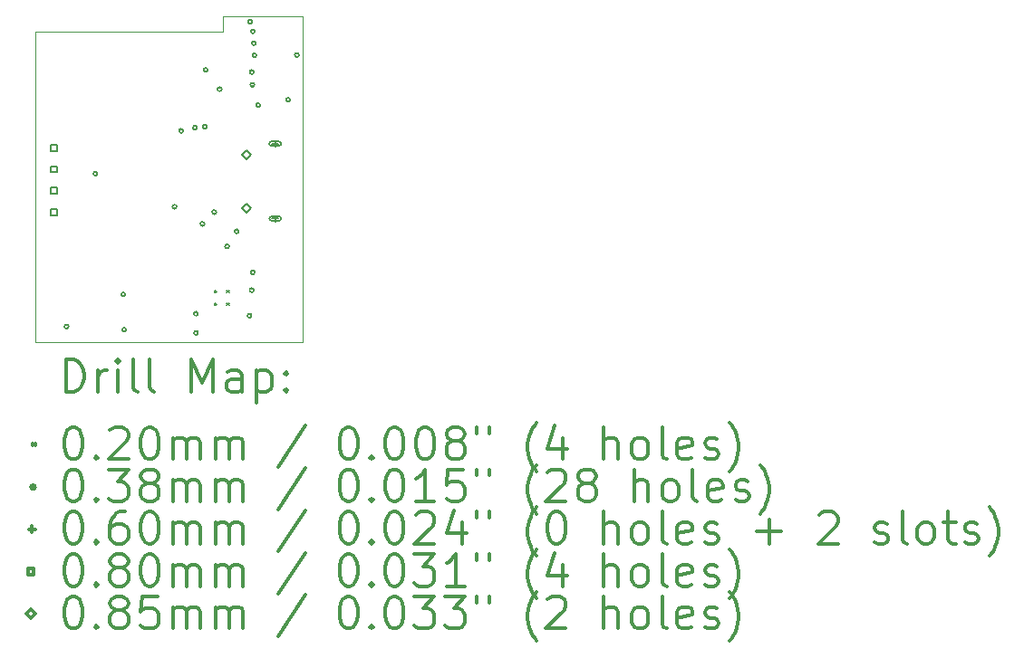
<source format=gbr>
%FSLAX45Y45*%
G04 Gerber Fmt 4.5, Leading zero omitted, Abs format (unit mm)*
G04 Created by KiCad (PCBNEW (5.0.2)-1) date 6/28/2019 12:16:42 PM*
%MOMM*%
%LPD*%
G01*
G04 APERTURE LIST*
%ADD10C,0.025400*%
%ADD11C,0.200000*%
%ADD12C,0.300000*%
G04 APERTURE END LIST*
D10*
X15550000Y-6650000D02*
X15550000Y-6800000D01*
X13800000Y-6800000D02*
X15550000Y-6800000D01*
X15550000Y-6650000D02*
X16300000Y-6650000D01*
X13800000Y-9700000D02*
X13800000Y-6800000D01*
X16300000Y-9700000D02*
X13800000Y-9700000D01*
X16300000Y-6650000D02*
X16300000Y-9700000D01*
D11*
X15473200Y-9216800D02*
X15493200Y-9236800D01*
X15493200Y-9216800D02*
X15473200Y-9236800D01*
X15473200Y-9334800D02*
X15493200Y-9354800D01*
X15493200Y-9334800D02*
X15473200Y-9354800D01*
X15591200Y-9216800D02*
X15611200Y-9236800D01*
X15611200Y-9216800D02*
X15591200Y-9236800D01*
X15591200Y-9334800D02*
X15611200Y-9354800D01*
X15611200Y-9334800D02*
X15591200Y-9354800D01*
X14111250Y-9555800D02*
G75*
G03X14111250Y-9555800I-19050J0D01*
G01*
X14381250Y-8125800D02*
G75*
G03X14381250Y-8125800I-19050J0D01*
G01*
X14641250Y-9255800D02*
G75*
G03X14641250Y-9255800I-19050J0D01*
G01*
X14651250Y-9585800D02*
G75*
G03X14651250Y-9585800I-19050J0D01*
G01*
X15121250Y-8435800D02*
G75*
G03X15121250Y-8435800I-19050J0D01*
G01*
X15181250Y-7725800D02*
G75*
G03X15181250Y-7725800I-19050J0D01*
G01*
X15311250Y-7695800D02*
G75*
G03X15311250Y-7695800I-19050J0D01*
G01*
X15320544Y-9435353D02*
G75*
G03X15320544Y-9435353I-19050J0D01*
G01*
X15321250Y-9615800D02*
G75*
G03X15321250Y-9615800I-19050J0D01*
G01*
X15381250Y-8595800D02*
G75*
G03X15381250Y-8595800I-19050J0D01*
G01*
X15402886Y-7685618D02*
G75*
G03X15402886Y-7685618I-19050J0D01*
G01*
X15411250Y-7155800D02*
G75*
G03X15411250Y-7155800I-19050J0D01*
G01*
X15491250Y-8485800D02*
G75*
G03X15491250Y-8485800I-19050J0D01*
G01*
X15541250Y-7335800D02*
G75*
G03X15541250Y-7335800I-19050J0D01*
G01*
X15611250Y-8805800D02*
G75*
G03X15611250Y-8805800I-19050J0D01*
G01*
X15701250Y-8665800D02*
G75*
G03X15701250Y-8665800I-19050J0D01*
G01*
X15821250Y-9455800D02*
G75*
G03X15821250Y-9455800I-19050J0D01*
G01*
X15826322Y-6705370D02*
G75*
G03X15826322Y-6705370I-19050J0D01*
G01*
X15841250Y-7175800D02*
G75*
G03X15841250Y-7175800I-19050J0D01*
G01*
X15841250Y-9215800D02*
G75*
G03X15841250Y-9215800I-19050J0D01*
G01*
X15847650Y-7295800D02*
G75*
G03X15847650Y-7295800I-19050J0D01*
G01*
X15851250Y-6795800D02*
G75*
G03X15851250Y-6795800I-19050J0D01*
G01*
X15851250Y-9048700D02*
G75*
G03X15851250Y-9048700I-19050J0D01*
G01*
X15861250Y-6905800D02*
G75*
G03X15861250Y-6905800I-19050J0D01*
G01*
X15866761Y-7020289D02*
G75*
G03X15866761Y-7020289I-19050J0D01*
G01*
X15901250Y-7485800D02*
G75*
G03X15901250Y-7485800I-19050J0D01*
G01*
X16181250Y-7435800D02*
G75*
G03X16181250Y-7435800I-19050J0D01*
G01*
X16263680Y-7015800D02*
G75*
G03X16263680Y-7015800I-19050J0D01*
G01*
X16042200Y-7815800D02*
X16042200Y-7875800D01*
X16012200Y-7845800D02*
X16072200Y-7845800D01*
X16007200Y-7865800D02*
X16077200Y-7865800D01*
X16007200Y-7825800D02*
X16077200Y-7825800D01*
X16077200Y-7865800D02*
G75*
G03X16077200Y-7825800I0J20000D01*
G01*
X16007200Y-7825800D02*
G75*
G03X16007200Y-7865800I0J-20000D01*
G01*
X16042200Y-8515800D02*
X16042200Y-8575800D01*
X16012200Y-8545800D02*
X16072200Y-8545800D01*
X16077200Y-8525800D02*
X16007200Y-8525800D01*
X16077200Y-8565800D02*
X16007200Y-8565800D01*
X16007200Y-8525800D02*
G75*
G03X16007200Y-8565800I0J-20000D01*
G01*
X16077200Y-8565800D02*
G75*
G03X16077200Y-8525800I0J20000D01*
G01*
X14000484Y-7914084D02*
X14000484Y-7857515D01*
X13943915Y-7857515D01*
X13943915Y-7914084D01*
X14000484Y-7914084D01*
X14000484Y-8114084D02*
X14000484Y-8057515D01*
X13943915Y-8057515D01*
X13943915Y-8114084D01*
X14000484Y-8114084D01*
X14000484Y-8314084D02*
X14000484Y-8257515D01*
X13943915Y-8257515D01*
X13943915Y-8314084D01*
X14000484Y-8314084D01*
X14000484Y-8514085D02*
X14000484Y-8457516D01*
X13943915Y-8457516D01*
X13943915Y-8514085D01*
X14000484Y-8514085D01*
X15772200Y-7988300D02*
X15814700Y-7945800D01*
X15772200Y-7903300D01*
X15729700Y-7945800D01*
X15772200Y-7988300D01*
X15772200Y-8488300D02*
X15814700Y-8445800D01*
X15772200Y-8403300D01*
X15729700Y-8445800D01*
X15772200Y-8488300D01*
D12*
X14085158Y-10166984D02*
X14085158Y-9866984D01*
X14156587Y-9866984D01*
X14199444Y-9881270D01*
X14228016Y-9909842D01*
X14242301Y-9938413D01*
X14256587Y-9995556D01*
X14256587Y-10038413D01*
X14242301Y-10095556D01*
X14228016Y-10124127D01*
X14199444Y-10152699D01*
X14156587Y-10166984D01*
X14085158Y-10166984D01*
X14385158Y-10166984D02*
X14385158Y-9966984D01*
X14385158Y-10024127D02*
X14399444Y-9995556D01*
X14413730Y-9981270D01*
X14442301Y-9966984D01*
X14470873Y-9966984D01*
X14570873Y-10166984D02*
X14570873Y-9966984D01*
X14570873Y-9866984D02*
X14556587Y-9881270D01*
X14570873Y-9895556D01*
X14585158Y-9881270D01*
X14570873Y-9866984D01*
X14570873Y-9895556D01*
X14756587Y-10166984D02*
X14728016Y-10152699D01*
X14713730Y-10124127D01*
X14713730Y-9866984D01*
X14913730Y-10166984D02*
X14885158Y-10152699D01*
X14870873Y-10124127D01*
X14870873Y-9866984D01*
X15256587Y-10166984D02*
X15256587Y-9866984D01*
X15356587Y-10081270D01*
X15456587Y-9866984D01*
X15456587Y-10166984D01*
X15728016Y-10166984D02*
X15728016Y-10009842D01*
X15713730Y-9981270D01*
X15685158Y-9966984D01*
X15628016Y-9966984D01*
X15599444Y-9981270D01*
X15728016Y-10152699D02*
X15699444Y-10166984D01*
X15628016Y-10166984D01*
X15599444Y-10152699D01*
X15585158Y-10124127D01*
X15585158Y-10095556D01*
X15599444Y-10066984D01*
X15628016Y-10052699D01*
X15699444Y-10052699D01*
X15728016Y-10038413D01*
X15870873Y-9966984D02*
X15870873Y-10266984D01*
X15870873Y-9981270D02*
X15899444Y-9966984D01*
X15956587Y-9966984D01*
X15985158Y-9981270D01*
X15999444Y-9995556D01*
X16013730Y-10024127D01*
X16013730Y-10109842D01*
X15999444Y-10138413D01*
X15985158Y-10152699D01*
X15956587Y-10166984D01*
X15899444Y-10166984D01*
X15870873Y-10152699D01*
X16142301Y-10138413D02*
X16156587Y-10152699D01*
X16142301Y-10166984D01*
X16128016Y-10152699D01*
X16142301Y-10138413D01*
X16142301Y-10166984D01*
X16142301Y-9981270D02*
X16156587Y-9995556D01*
X16142301Y-10009842D01*
X16128016Y-9995556D01*
X16142301Y-9981270D01*
X16142301Y-10009842D01*
X13778730Y-10651270D02*
X13798730Y-10671270D01*
X13798730Y-10651270D02*
X13778730Y-10671270D01*
X14142301Y-10496984D02*
X14170873Y-10496984D01*
X14199444Y-10511270D01*
X14213730Y-10525556D01*
X14228016Y-10554127D01*
X14242301Y-10611270D01*
X14242301Y-10682699D01*
X14228016Y-10739842D01*
X14213730Y-10768413D01*
X14199444Y-10782699D01*
X14170873Y-10796984D01*
X14142301Y-10796984D01*
X14113730Y-10782699D01*
X14099444Y-10768413D01*
X14085158Y-10739842D01*
X14070873Y-10682699D01*
X14070873Y-10611270D01*
X14085158Y-10554127D01*
X14099444Y-10525556D01*
X14113730Y-10511270D01*
X14142301Y-10496984D01*
X14370873Y-10768413D02*
X14385158Y-10782699D01*
X14370873Y-10796984D01*
X14356587Y-10782699D01*
X14370873Y-10768413D01*
X14370873Y-10796984D01*
X14499444Y-10525556D02*
X14513730Y-10511270D01*
X14542301Y-10496984D01*
X14613730Y-10496984D01*
X14642301Y-10511270D01*
X14656587Y-10525556D01*
X14670873Y-10554127D01*
X14670873Y-10582699D01*
X14656587Y-10625556D01*
X14485158Y-10796984D01*
X14670873Y-10796984D01*
X14856587Y-10496984D02*
X14885158Y-10496984D01*
X14913730Y-10511270D01*
X14928016Y-10525556D01*
X14942301Y-10554127D01*
X14956587Y-10611270D01*
X14956587Y-10682699D01*
X14942301Y-10739842D01*
X14928016Y-10768413D01*
X14913730Y-10782699D01*
X14885158Y-10796984D01*
X14856587Y-10796984D01*
X14828016Y-10782699D01*
X14813730Y-10768413D01*
X14799444Y-10739842D01*
X14785158Y-10682699D01*
X14785158Y-10611270D01*
X14799444Y-10554127D01*
X14813730Y-10525556D01*
X14828016Y-10511270D01*
X14856587Y-10496984D01*
X15085158Y-10796984D02*
X15085158Y-10596984D01*
X15085158Y-10625556D02*
X15099444Y-10611270D01*
X15128016Y-10596984D01*
X15170873Y-10596984D01*
X15199444Y-10611270D01*
X15213730Y-10639842D01*
X15213730Y-10796984D01*
X15213730Y-10639842D02*
X15228016Y-10611270D01*
X15256587Y-10596984D01*
X15299444Y-10596984D01*
X15328016Y-10611270D01*
X15342301Y-10639842D01*
X15342301Y-10796984D01*
X15485158Y-10796984D02*
X15485158Y-10596984D01*
X15485158Y-10625556D02*
X15499444Y-10611270D01*
X15528016Y-10596984D01*
X15570873Y-10596984D01*
X15599444Y-10611270D01*
X15613730Y-10639842D01*
X15613730Y-10796984D01*
X15613730Y-10639842D02*
X15628016Y-10611270D01*
X15656587Y-10596984D01*
X15699444Y-10596984D01*
X15728016Y-10611270D01*
X15742301Y-10639842D01*
X15742301Y-10796984D01*
X16328016Y-10482699D02*
X16070873Y-10868413D01*
X16713730Y-10496984D02*
X16742301Y-10496984D01*
X16770873Y-10511270D01*
X16785158Y-10525556D01*
X16799444Y-10554127D01*
X16813730Y-10611270D01*
X16813730Y-10682699D01*
X16799444Y-10739842D01*
X16785158Y-10768413D01*
X16770873Y-10782699D01*
X16742301Y-10796984D01*
X16713730Y-10796984D01*
X16685158Y-10782699D01*
X16670873Y-10768413D01*
X16656587Y-10739842D01*
X16642301Y-10682699D01*
X16642301Y-10611270D01*
X16656587Y-10554127D01*
X16670873Y-10525556D01*
X16685158Y-10511270D01*
X16713730Y-10496984D01*
X16942301Y-10768413D02*
X16956587Y-10782699D01*
X16942301Y-10796984D01*
X16928016Y-10782699D01*
X16942301Y-10768413D01*
X16942301Y-10796984D01*
X17142301Y-10496984D02*
X17170873Y-10496984D01*
X17199444Y-10511270D01*
X17213730Y-10525556D01*
X17228016Y-10554127D01*
X17242301Y-10611270D01*
X17242301Y-10682699D01*
X17228016Y-10739842D01*
X17213730Y-10768413D01*
X17199444Y-10782699D01*
X17170873Y-10796984D01*
X17142301Y-10796984D01*
X17113730Y-10782699D01*
X17099444Y-10768413D01*
X17085158Y-10739842D01*
X17070873Y-10682699D01*
X17070873Y-10611270D01*
X17085158Y-10554127D01*
X17099444Y-10525556D01*
X17113730Y-10511270D01*
X17142301Y-10496984D01*
X17428016Y-10496984D02*
X17456587Y-10496984D01*
X17485158Y-10511270D01*
X17499444Y-10525556D01*
X17513730Y-10554127D01*
X17528016Y-10611270D01*
X17528016Y-10682699D01*
X17513730Y-10739842D01*
X17499444Y-10768413D01*
X17485158Y-10782699D01*
X17456587Y-10796984D01*
X17428016Y-10796984D01*
X17399444Y-10782699D01*
X17385158Y-10768413D01*
X17370873Y-10739842D01*
X17356587Y-10682699D01*
X17356587Y-10611270D01*
X17370873Y-10554127D01*
X17385158Y-10525556D01*
X17399444Y-10511270D01*
X17428016Y-10496984D01*
X17699444Y-10625556D02*
X17670873Y-10611270D01*
X17656587Y-10596984D01*
X17642301Y-10568413D01*
X17642301Y-10554127D01*
X17656587Y-10525556D01*
X17670873Y-10511270D01*
X17699444Y-10496984D01*
X17756587Y-10496984D01*
X17785158Y-10511270D01*
X17799444Y-10525556D01*
X17813730Y-10554127D01*
X17813730Y-10568413D01*
X17799444Y-10596984D01*
X17785158Y-10611270D01*
X17756587Y-10625556D01*
X17699444Y-10625556D01*
X17670873Y-10639842D01*
X17656587Y-10654127D01*
X17642301Y-10682699D01*
X17642301Y-10739842D01*
X17656587Y-10768413D01*
X17670873Y-10782699D01*
X17699444Y-10796984D01*
X17756587Y-10796984D01*
X17785158Y-10782699D01*
X17799444Y-10768413D01*
X17813730Y-10739842D01*
X17813730Y-10682699D01*
X17799444Y-10654127D01*
X17785158Y-10639842D01*
X17756587Y-10625556D01*
X17928016Y-10496984D02*
X17928016Y-10554127D01*
X18042301Y-10496984D02*
X18042301Y-10554127D01*
X18485158Y-10911270D02*
X18470873Y-10896984D01*
X18442301Y-10854127D01*
X18428016Y-10825556D01*
X18413730Y-10782699D01*
X18399444Y-10711270D01*
X18399444Y-10654127D01*
X18413730Y-10582699D01*
X18428016Y-10539842D01*
X18442301Y-10511270D01*
X18470873Y-10468413D01*
X18485158Y-10454127D01*
X18728016Y-10596984D02*
X18728016Y-10796984D01*
X18656587Y-10482699D02*
X18585158Y-10696984D01*
X18770873Y-10696984D01*
X19113730Y-10796984D02*
X19113730Y-10496984D01*
X19242301Y-10796984D02*
X19242301Y-10639842D01*
X19228016Y-10611270D01*
X19199444Y-10596984D01*
X19156587Y-10596984D01*
X19128016Y-10611270D01*
X19113730Y-10625556D01*
X19428016Y-10796984D02*
X19399444Y-10782699D01*
X19385158Y-10768413D01*
X19370873Y-10739842D01*
X19370873Y-10654127D01*
X19385158Y-10625556D01*
X19399444Y-10611270D01*
X19428016Y-10596984D01*
X19470873Y-10596984D01*
X19499444Y-10611270D01*
X19513730Y-10625556D01*
X19528016Y-10654127D01*
X19528016Y-10739842D01*
X19513730Y-10768413D01*
X19499444Y-10782699D01*
X19470873Y-10796984D01*
X19428016Y-10796984D01*
X19699444Y-10796984D02*
X19670873Y-10782699D01*
X19656587Y-10754127D01*
X19656587Y-10496984D01*
X19928016Y-10782699D02*
X19899444Y-10796984D01*
X19842301Y-10796984D01*
X19813730Y-10782699D01*
X19799444Y-10754127D01*
X19799444Y-10639842D01*
X19813730Y-10611270D01*
X19842301Y-10596984D01*
X19899444Y-10596984D01*
X19928016Y-10611270D01*
X19942301Y-10639842D01*
X19942301Y-10668413D01*
X19799444Y-10696984D01*
X20056587Y-10782699D02*
X20085158Y-10796984D01*
X20142301Y-10796984D01*
X20170873Y-10782699D01*
X20185158Y-10754127D01*
X20185158Y-10739842D01*
X20170873Y-10711270D01*
X20142301Y-10696984D01*
X20099444Y-10696984D01*
X20070873Y-10682699D01*
X20056587Y-10654127D01*
X20056587Y-10639842D01*
X20070873Y-10611270D01*
X20099444Y-10596984D01*
X20142301Y-10596984D01*
X20170873Y-10611270D01*
X20285158Y-10911270D02*
X20299444Y-10896984D01*
X20328016Y-10854127D01*
X20342301Y-10825556D01*
X20356587Y-10782699D01*
X20370873Y-10711270D01*
X20370873Y-10654127D01*
X20356587Y-10582699D01*
X20342301Y-10539842D01*
X20328016Y-10511270D01*
X20299444Y-10468413D01*
X20285158Y-10454127D01*
X13798730Y-11057270D02*
G75*
G03X13798730Y-11057270I-19050J0D01*
G01*
X14142301Y-10892984D02*
X14170873Y-10892984D01*
X14199444Y-10907270D01*
X14213730Y-10921556D01*
X14228016Y-10950127D01*
X14242301Y-11007270D01*
X14242301Y-11078699D01*
X14228016Y-11135842D01*
X14213730Y-11164413D01*
X14199444Y-11178699D01*
X14170873Y-11192984D01*
X14142301Y-11192984D01*
X14113730Y-11178699D01*
X14099444Y-11164413D01*
X14085158Y-11135842D01*
X14070873Y-11078699D01*
X14070873Y-11007270D01*
X14085158Y-10950127D01*
X14099444Y-10921556D01*
X14113730Y-10907270D01*
X14142301Y-10892984D01*
X14370873Y-11164413D02*
X14385158Y-11178699D01*
X14370873Y-11192984D01*
X14356587Y-11178699D01*
X14370873Y-11164413D01*
X14370873Y-11192984D01*
X14485158Y-10892984D02*
X14670873Y-10892984D01*
X14570873Y-11007270D01*
X14613730Y-11007270D01*
X14642301Y-11021556D01*
X14656587Y-11035842D01*
X14670873Y-11064413D01*
X14670873Y-11135842D01*
X14656587Y-11164413D01*
X14642301Y-11178699D01*
X14613730Y-11192984D01*
X14528016Y-11192984D01*
X14499444Y-11178699D01*
X14485158Y-11164413D01*
X14842301Y-11021556D02*
X14813730Y-11007270D01*
X14799444Y-10992984D01*
X14785158Y-10964413D01*
X14785158Y-10950127D01*
X14799444Y-10921556D01*
X14813730Y-10907270D01*
X14842301Y-10892984D01*
X14899444Y-10892984D01*
X14928016Y-10907270D01*
X14942301Y-10921556D01*
X14956587Y-10950127D01*
X14956587Y-10964413D01*
X14942301Y-10992984D01*
X14928016Y-11007270D01*
X14899444Y-11021556D01*
X14842301Y-11021556D01*
X14813730Y-11035842D01*
X14799444Y-11050127D01*
X14785158Y-11078699D01*
X14785158Y-11135842D01*
X14799444Y-11164413D01*
X14813730Y-11178699D01*
X14842301Y-11192984D01*
X14899444Y-11192984D01*
X14928016Y-11178699D01*
X14942301Y-11164413D01*
X14956587Y-11135842D01*
X14956587Y-11078699D01*
X14942301Y-11050127D01*
X14928016Y-11035842D01*
X14899444Y-11021556D01*
X15085158Y-11192984D02*
X15085158Y-10992984D01*
X15085158Y-11021556D02*
X15099444Y-11007270D01*
X15128016Y-10992984D01*
X15170873Y-10992984D01*
X15199444Y-11007270D01*
X15213730Y-11035842D01*
X15213730Y-11192984D01*
X15213730Y-11035842D02*
X15228016Y-11007270D01*
X15256587Y-10992984D01*
X15299444Y-10992984D01*
X15328016Y-11007270D01*
X15342301Y-11035842D01*
X15342301Y-11192984D01*
X15485158Y-11192984D02*
X15485158Y-10992984D01*
X15485158Y-11021556D02*
X15499444Y-11007270D01*
X15528016Y-10992984D01*
X15570873Y-10992984D01*
X15599444Y-11007270D01*
X15613730Y-11035842D01*
X15613730Y-11192984D01*
X15613730Y-11035842D02*
X15628016Y-11007270D01*
X15656587Y-10992984D01*
X15699444Y-10992984D01*
X15728016Y-11007270D01*
X15742301Y-11035842D01*
X15742301Y-11192984D01*
X16328016Y-10878699D02*
X16070873Y-11264413D01*
X16713730Y-10892984D02*
X16742301Y-10892984D01*
X16770873Y-10907270D01*
X16785158Y-10921556D01*
X16799444Y-10950127D01*
X16813730Y-11007270D01*
X16813730Y-11078699D01*
X16799444Y-11135842D01*
X16785158Y-11164413D01*
X16770873Y-11178699D01*
X16742301Y-11192984D01*
X16713730Y-11192984D01*
X16685158Y-11178699D01*
X16670873Y-11164413D01*
X16656587Y-11135842D01*
X16642301Y-11078699D01*
X16642301Y-11007270D01*
X16656587Y-10950127D01*
X16670873Y-10921556D01*
X16685158Y-10907270D01*
X16713730Y-10892984D01*
X16942301Y-11164413D02*
X16956587Y-11178699D01*
X16942301Y-11192984D01*
X16928016Y-11178699D01*
X16942301Y-11164413D01*
X16942301Y-11192984D01*
X17142301Y-10892984D02*
X17170873Y-10892984D01*
X17199444Y-10907270D01*
X17213730Y-10921556D01*
X17228016Y-10950127D01*
X17242301Y-11007270D01*
X17242301Y-11078699D01*
X17228016Y-11135842D01*
X17213730Y-11164413D01*
X17199444Y-11178699D01*
X17170873Y-11192984D01*
X17142301Y-11192984D01*
X17113730Y-11178699D01*
X17099444Y-11164413D01*
X17085158Y-11135842D01*
X17070873Y-11078699D01*
X17070873Y-11007270D01*
X17085158Y-10950127D01*
X17099444Y-10921556D01*
X17113730Y-10907270D01*
X17142301Y-10892984D01*
X17528016Y-11192984D02*
X17356587Y-11192984D01*
X17442301Y-11192984D02*
X17442301Y-10892984D01*
X17413730Y-10935842D01*
X17385158Y-10964413D01*
X17356587Y-10978699D01*
X17799444Y-10892984D02*
X17656587Y-10892984D01*
X17642301Y-11035842D01*
X17656587Y-11021556D01*
X17685158Y-11007270D01*
X17756587Y-11007270D01*
X17785158Y-11021556D01*
X17799444Y-11035842D01*
X17813730Y-11064413D01*
X17813730Y-11135842D01*
X17799444Y-11164413D01*
X17785158Y-11178699D01*
X17756587Y-11192984D01*
X17685158Y-11192984D01*
X17656587Y-11178699D01*
X17642301Y-11164413D01*
X17928016Y-10892984D02*
X17928016Y-10950127D01*
X18042301Y-10892984D02*
X18042301Y-10950127D01*
X18485158Y-11307270D02*
X18470873Y-11292984D01*
X18442301Y-11250127D01*
X18428016Y-11221556D01*
X18413730Y-11178699D01*
X18399444Y-11107270D01*
X18399444Y-11050127D01*
X18413730Y-10978699D01*
X18428016Y-10935842D01*
X18442301Y-10907270D01*
X18470873Y-10864413D01*
X18485158Y-10850127D01*
X18585158Y-10921556D02*
X18599444Y-10907270D01*
X18628016Y-10892984D01*
X18699444Y-10892984D01*
X18728016Y-10907270D01*
X18742301Y-10921556D01*
X18756587Y-10950127D01*
X18756587Y-10978699D01*
X18742301Y-11021556D01*
X18570873Y-11192984D01*
X18756587Y-11192984D01*
X18928016Y-11021556D02*
X18899444Y-11007270D01*
X18885158Y-10992984D01*
X18870873Y-10964413D01*
X18870873Y-10950127D01*
X18885158Y-10921556D01*
X18899444Y-10907270D01*
X18928016Y-10892984D01*
X18985158Y-10892984D01*
X19013730Y-10907270D01*
X19028016Y-10921556D01*
X19042301Y-10950127D01*
X19042301Y-10964413D01*
X19028016Y-10992984D01*
X19013730Y-11007270D01*
X18985158Y-11021556D01*
X18928016Y-11021556D01*
X18899444Y-11035842D01*
X18885158Y-11050127D01*
X18870873Y-11078699D01*
X18870873Y-11135842D01*
X18885158Y-11164413D01*
X18899444Y-11178699D01*
X18928016Y-11192984D01*
X18985158Y-11192984D01*
X19013730Y-11178699D01*
X19028016Y-11164413D01*
X19042301Y-11135842D01*
X19042301Y-11078699D01*
X19028016Y-11050127D01*
X19013730Y-11035842D01*
X18985158Y-11021556D01*
X19399444Y-11192984D02*
X19399444Y-10892984D01*
X19528016Y-11192984D02*
X19528016Y-11035842D01*
X19513730Y-11007270D01*
X19485158Y-10992984D01*
X19442301Y-10992984D01*
X19413730Y-11007270D01*
X19399444Y-11021556D01*
X19713730Y-11192984D02*
X19685158Y-11178699D01*
X19670873Y-11164413D01*
X19656587Y-11135842D01*
X19656587Y-11050127D01*
X19670873Y-11021556D01*
X19685158Y-11007270D01*
X19713730Y-10992984D01*
X19756587Y-10992984D01*
X19785158Y-11007270D01*
X19799444Y-11021556D01*
X19813730Y-11050127D01*
X19813730Y-11135842D01*
X19799444Y-11164413D01*
X19785158Y-11178699D01*
X19756587Y-11192984D01*
X19713730Y-11192984D01*
X19985158Y-11192984D02*
X19956587Y-11178699D01*
X19942301Y-11150127D01*
X19942301Y-10892984D01*
X20213730Y-11178699D02*
X20185158Y-11192984D01*
X20128016Y-11192984D01*
X20099444Y-11178699D01*
X20085158Y-11150127D01*
X20085158Y-11035842D01*
X20099444Y-11007270D01*
X20128016Y-10992984D01*
X20185158Y-10992984D01*
X20213730Y-11007270D01*
X20228016Y-11035842D01*
X20228016Y-11064413D01*
X20085158Y-11092984D01*
X20342301Y-11178699D02*
X20370873Y-11192984D01*
X20428016Y-11192984D01*
X20456587Y-11178699D01*
X20470873Y-11150127D01*
X20470873Y-11135842D01*
X20456587Y-11107270D01*
X20428016Y-11092984D01*
X20385158Y-11092984D01*
X20356587Y-11078699D01*
X20342301Y-11050127D01*
X20342301Y-11035842D01*
X20356587Y-11007270D01*
X20385158Y-10992984D01*
X20428016Y-10992984D01*
X20456587Y-11007270D01*
X20570873Y-11307270D02*
X20585158Y-11292984D01*
X20613730Y-11250127D01*
X20628016Y-11221556D01*
X20642301Y-11178699D01*
X20656587Y-11107270D01*
X20656587Y-11050127D01*
X20642301Y-10978699D01*
X20628016Y-10935842D01*
X20613730Y-10907270D01*
X20585158Y-10864413D01*
X20570873Y-10850127D01*
X13768730Y-11423270D02*
X13768730Y-11483270D01*
X13738730Y-11453270D02*
X13798730Y-11453270D01*
X14142301Y-11288984D02*
X14170873Y-11288984D01*
X14199444Y-11303270D01*
X14213730Y-11317556D01*
X14228016Y-11346127D01*
X14242301Y-11403270D01*
X14242301Y-11474699D01*
X14228016Y-11531841D01*
X14213730Y-11560413D01*
X14199444Y-11574699D01*
X14170873Y-11588984D01*
X14142301Y-11588984D01*
X14113730Y-11574699D01*
X14099444Y-11560413D01*
X14085158Y-11531841D01*
X14070873Y-11474699D01*
X14070873Y-11403270D01*
X14085158Y-11346127D01*
X14099444Y-11317556D01*
X14113730Y-11303270D01*
X14142301Y-11288984D01*
X14370873Y-11560413D02*
X14385158Y-11574699D01*
X14370873Y-11588984D01*
X14356587Y-11574699D01*
X14370873Y-11560413D01*
X14370873Y-11588984D01*
X14642301Y-11288984D02*
X14585158Y-11288984D01*
X14556587Y-11303270D01*
X14542301Y-11317556D01*
X14513730Y-11360413D01*
X14499444Y-11417556D01*
X14499444Y-11531841D01*
X14513730Y-11560413D01*
X14528016Y-11574699D01*
X14556587Y-11588984D01*
X14613730Y-11588984D01*
X14642301Y-11574699D01*
X14656587Y-11560413D01*
X14670873Y-11531841D01*
X14670873Y-11460413D01*
X14656587Y-11431841D01*
X14642301Y-11417556D01*
X14613730Y-11403270D01*
X14556587Y-11403270D01*
X14528016Y-11417556D01*
X14513730Y-11431841D01*
X14499444Y-11460413D01*
X14856587Y-11288984D02*
X14885158Y-11288984D01*
X14913730Y-11303270D01*
X14928016Y-11317556D01*
X14942301Y-11346127D01*
X14956587Y-11403270D01*
X14956587Y-11474699D01*
X14942301Y-11531841D01*
X14928016Y-11560413D01*
X14913730Y-11574699D01*
X14885158Y-11588984D01*
X14856587Y-11588984D01*
X14828016Y-11574699D01*
X14813730Y-11560413D01*
X14799444Y-11531841D01*
X14785158Y-11474699D01*
X14785158Y-11403270D01*
X14799444Y-11346127D01*
X14813730Y-11317556D01*
X14828016Y-11303270D01*
X14856587Y-11288984D01*
X15085158Y-11588984D02*
X15085158Y-11388984D01*
X15085158Y-11417556D02*
X15099444Y-11403270D01*
X15128016Y-11388984D01*
X15170873Y-11388984D01*
X15199444Y-11403270D01*
X15213730Y-11431841D01*
X15213730Y-11588984D01*
X15213730Y-11431841D02*
X15228016Y-11403270D01*
X15256587Y-11388984D01*
X15299444Y-11388984D01*
X15328016Y-11403270D01*
X15342301Y-11431841D01*
X15342301Y-11588984D01*
X15485158Y-11588984D02*
X15485158Y-11388984D01*
X15485158Y-11417556D02*
X15499444Y-11403270D01*
X15528016Y-11388984D01*
X15570873Y-11388984D01*
X15599444Y-11403270D01*
X15613730Y-11431841D01*
X15613730Y-11588984D01*
X15613730Y-11431841D02*
X15628016Y-11403270D01*
X15656587Y-11388984D01*
X15699444Y-11388984D01*
X15728016Y-11403270D01*
X15742301Y-11431841D01*
X15742301Y-11588984D01*
X16328016Y-11274699D02*
X16070873Y-11660413D01*
X16713730Y-11288984D02*
X16742301Y-11288984D01*
X16770873Y-11303270D01*
X16785158Y-11317556D01*
X16799444Y-11346127D01*
X16813730Y-11403270D01*
X16813730Y-11474699D01*
X16799444Y-11531841D01*
X16785158Y-11560413D01*
X16770873Y-11574699D01*
X16742301Y-11588984D01*
X16713730Y-11588984D01*
X16685158Y-11574699D01*
X16670873Y-11560413D01*
X16656587Y-11531841D01*
X16642301Y-11474699D01*
X16642301Y-11403270D01*
X16656587Y-11346127D01*
X16670873Y-11317556D01*
X16685158Y-11303270D01*
X16713730Y-11288984D01*
X16942301Y-11560413D02*
X16956587Y-11574699D01*
X16942301Y-11588984D01*
X16928016Y-11574699D01*
X16942301Y-11560413D01*
X16942301Y-11588984D01*
X17142301Y-11288984D02*
X17170873Y-11288984D01*
X17199444Y-11303270D01*
X17213730Y-11317556D01*
X17228016Y-11346127D01*
X17242301Y-11403270D01*
X17242301Y-11474699D01*
X17228016Y-11531841D01*
X17213730Y-11560413D01*
X17199444Y-11574699D01*
X17170873Y-11588984D01*
X17142301Y-11588984D01*
X17113730Y-11574699D01*
X17099444Y-11560413D01*
X17085158Y-11531841D01*
X17070873Y-11474699D01*
X17070873Y-11403270D01*
X17085158Y-11346127D01*
X17099444Y-11317556D01*
X17113730Y-11303270D01*
X17142301Y-11288984D01*
X17356587Y-11317556D02*
X17370873Y-11303270D01*
X17399444Y-11288984D01*
X17470873Y-11288984D01*
X17499444Y-11303270D01*
X17513730Y-11317556D01*
X17528016Y-11346127D01*
X17528016Y-11374699D01*
X17513730Y-11417556D01*
X17342301Y-11588984D01*
X17528016Y-11588984D01*
X17785158Y-11388984D02*
X17785158Y-11588984D01*
X17713730Y-11274699D02*
X17642301Y-11488984D01*
X17828016Y-11488984D01*
X17928016Y-11288984D02*
X17928016Y-11346127D01*
X18042301Y-11288984D02*
X18042301Y-11346127D01*
X18485158Y-11703270D02*
X18470873Y-11688984D01*
X18442301Y-11646127D01*
X18428016Y-11617556D01*
X18413730Y-11574699D01*
X18399444Y-11503270D01*
X18399444Y-11446127D01*
X18413730Y-11374699D01*
X18428016Y-11331841D01*
X18442301Y-11303270D01*
X18470873Y-11260413D01*
X18485158Y-11246127D01*
X18656587Y-11288984D02*
X18685158Y-11288984D01*
X18713730Y-11303270D01*
X18728016Y-11317556D01*
X18742301Y-11346127D01*
X18756587Y-11403270D01*
X18756587Y-11474699D01*
X18742301Y-11531841D01*
X18728016Y-11560413D01*
X18713730Y-11574699D01*
X18685158Y-11588984D01*
X18656587Y-11588984D01*
X18628016Y-11574699D01*
X18613730Y-11560413D01*
X18599444Y-11531841D01*
X18585158Y-11474699D01*
X18585158Y-11403270D01*
X18599444Y-11346127D01*
X18613730Y-11317556D01*
X18628016Y-11303270D01*
X18656587Y-11288984D01*
X19113730Y-11588984D02*
X19113730Y-11288984D01*
X19242301Y-11588984D02*
X19242301Y-11431841D01*
X19228016Y-11403270D01*
X19199444Y-11388984D01*
X19156587Y-11388984D01*
X19128016Y-11403270D01*
X19113730Y-11417556D01*
X19428016Y-11588984D02*
X19399444Y-11574699D01*
X19385158Y-11560413D01*
X19370873Y-11531841D01*
X19370873Y-11446127D01*
X19385158Y-11417556D01*
X19399444Y-11403270D01*
X19428016Y-11388984D01*
X19470873Y-11388984D01*
X19499444Y-11403270D01*
X19513730Y-11417556D01*
X19528016Y-11446127D01*
X19528016Y-11531841D01*
X19513730Y-11560413D01*
X19499444Y-11574699D01*
X19470873Y-11588984D01*
X19428016Y-11588984D01*
X19699444Y-11588984D02*
X19670873Y-11574699D01*
X19656587Y-11546127D01*
X19656587Y-11288984D01*
X19928016Y-11574699D02*
X19899444Y-11588984D01*
X19842301Y-11588984D01*
X19813730Y-11574699D01*
X19799444Y-11546127D01*
X19799444Y-11431841D01*
X19813730Y-11403270D01*
X19842301Y-11388984D01*
X19899444Y-11388984D01*
X19928016Y-11403270D01*
X19942301Y-11431841D01*
X19942301Y-11460413D01*
X19799444Y-11488984D01*
X20056587Y-11574699D02*
X20085158Y-11588984D01*
X20142301Y-11588984D01*
X20170873Y-11574699D01*
X20185158Y-11546127D01*
X20185158Y-11531841D01*
X20170873Y-11503270D01*
X20142301Y-11488984D01*
X20099444Y-11488984D01*
X20070873Y-11474699D01*
X20056587Y-11446127D01*
X20056587Y-11431841D01*
X20070873Y-11403270D01*
X20099444Y-11388984D01*
X20142301Y-11388984D01*
X20170873Y-11403270D01*
X20542301Y-11474699D02*
X20770873Y-11474699D01*
X20656587Y-11588984D02*
X20656587Y-11360413D01*
X21128016Y-11317556D02*
X21142301Y-11303270D01*
X21170873Y-11288984D01*
X21242301Y-11288984D01*
X21270873Y-11303270D01*
X21285158Y-11317556D01*
X21299444Y-11346127D01*
X21299444Y-11374699D01*
X21285158Y-11417556D01*
X21113730Y-11588984D01*
X21299444Y-11588984D01*
X21642301Y-11574699D02*
X21670873Y-11588984D01*
X21728016Y-11588984D01*
X21756587Y-11574699D01*
X21770873Y-11546127D01*
X21770873Y-11531841D01*
X21756587Y-11503270D01*
X21728016Y-11488984D01*
X21685158Y-11488984D01*
X21656587Y-11474699D01*
X21642301Y-11446127D01*
X21642301Y-11431841D01*
X21656587Y-11403270D01*
X21685158Y-11388984D01*
X21728016Y-11388984D01*
X21756587Y-11403270D01*
X21942301Y-11588984D02*
X21913730Y-11574699D01*
X21899444Y-11546127D01*
X21899444Y-11288984D01*
X22099444Y-11588984D02*
X22070873Y-11574699D01*
X22056587Y-11560413D01*
X22042301Y-11531841D01*
X22042301Y-11446127D01*
X22056587Y-11417556D01*
X22070873Y-11403270D01*
X22099444Y-11388984D01*
X22142301Y-11388984D01*
X22170873Y-11403270D01*
X22185158Y-11417556D01*
X22199444Y-11446127D01*
X22199444Y-11531841D01*
X22185158Y-11560413D01*
X22170873Y-11574699D01*
X22142301Y-11588984D01*
X22099444Y-11588984D01*
X22285158Y-11388984D02*
X22399444Y-11388984D01*
X22328016Y-11288984D02*
X22328016Y-11546127D01*
X22342301Y-11574699D01*
X22370873Y-11588984D01*
X22399444Y-11588984D01*
X22485158Y-11574699D02*
X22513730Y-11588984D01*
X22570873Y-11588984D01*
X22599444Y-11574699D01*
X22613730Y-11546127D01*
X22613730Y-11531841D01*
X22599444Y-11503270D01*
X22570873Y-11488984D01*
X22528016Y-11488984D01*
X22499444Y-11474699D01*
X22485158Y-11446127D01*
X22485158Y-11431841D01*
X22499444Y-11403270D01*
X22528016Y-11388984D01*
X22570873Y-11388984D01*
X22599444Y-11403270D01*
X22713730Y-11703270D02*
X22728016Y-11688984D01*
X22756587Y-11646127D01*
X22770873Y-11617556D01*
X22785158Y-11574699D01*
X22799444Y-11503270D01*
X22799444Y-11446127D01*
X22785158Y-11374699D01*
X22770873Y-11331841D01*
X22756587Y-11303270D01*
X22728016Y-11260413D01*
X22713730Y-11246127D01*
X13787014Y-11877555D02*
X13787014Y-11820986D01*
X13730445Y-11820986D01*
X13730445Y-11877555D01*
X13787014Y-11877555D01*
X14142301Y-11684984D02*
X14170873Y-11684984D01*
X14199444Y-11699270D01*
X14213730Y-11713556D01*
X14228016Y-11742127D01*
X14242301Y-11799270D01*
X14242301Y-11870699D01*
X14228016Y-11927841D01*
X14213730Y-11956413D01*
X14199444Y-11970699D01*
X14170873Y-11984984D01*
X14142301Y-11984984D01*
X14113730Y-11970699D01*
X14099444Y-11956413D01*
X14085158Y-11927841D01*
X14070873Y-11870699D01*
X14070873Y-11799270D01*
X14085158Y-11742127D01*
X14099444Y-11713556D01*
X14113730Y-11699270D01*
X14142301Y-11684984D01*
X14370873Y-11956413D02*
X14385158Y-11970699D01*
X14370873Y-11984984D01*
X14356587Y-11970699D01*
X14370873Y-11956413D01*
X14370873Y-11984984D01*
X14556587Y-11813556D02*
X14528016Y-11799270D01*
X14513730Y-11784984D01*
X14499444Y-11756413D01*
X14499444Y-11742127D01*
X14513730Y-11713556D01*
X14528016Y-11699270D01*
X14556587Y-11684984D01*
X14613730Y-11684984D01*
X14642301Y-11699270D01*
X14656587Y-11713556D01*
X14670873Y-11742127D01*
X14670873Y-11756413D01*
X14656587Y-11784984D01*
X14642301Y-11799270D01*
X14613730Y-11813556D01*
X14556587Y-11813556D01*
X14528016Y-11827841D01*
X14513730Y-11842127D01*
X14499444Y-11870699D01*
X14499444Y-11927841D01*
X14513730Y-11956413D01*
X14528016Y-11970699D01*
X14556587Y-11984984D01*
X14613730Y-11984984D01*
X14642301Y-11970699D01*
X14656587Y-11956413D01*
X14670873Y-11927841D01*
X14670873Y-11870699D01*
X14656587Y-11842127D01*
X14642301Y-11827841D01*
X14613730Y-11813556D01*
X14856587Y-11684984D02*
X14885158Y-11684984D01*
X14913730Y-11699270D01*
X14928016Y-11713556D01*
X14942301Y-11742127D01*
X14956587Y-11799270D01*
X14956587Y-11870699D01*
X14942301Y-11927841D01*
X14928016Y-11956413D01*
X14913730Y-11970699D01*
X14885158Y-11984984D01*
X14856587Y-11984984D01*
X14828016Y-11970699D01*
X14813730Y-11956413D01*
X14799444Y-11927841D01*
X14785158Y-11870699D01*
X14785158Y-11799270D01*
X14799444Y-11742127D01*
X14813730Y-11713556D01*
X14828016Y-11699270D01*
X14856587Y-11684984D01*
X15085158Y-11984984D02*
X15085158Y-11784984D01*
X15085158Y-11813556D02*
X15099444Y-11799270D01*
X15128016Y-11784984D01*
X15170873Y-11784984D01*
X15199444Y-11799270D01*
X15213730Y-11827841D01*
X15213730Y-11984984D01*
X15213730Y-11827841D02*
X15228016Y-11799270D01*
X15256587Y-11784984D01*
X15299444Y-11784984D01*
X15328016Y-11799270D01*
X15342301Y-11827841D01*
X15342301Y-11984984D01*
X15485158Y-11984984D02*
X15485158Y-11784984D01*
X15485158Y-11813556D02*
X15499444Y-11799270D01*
X15528016Y-11784984D01*
X15570873Y-11784984D01*
X15599444Y-11799270D01*
X15613730Y-11827841D01*
X15613730Y-11984984D01*
X15613730Y-11827841D02*
X15628016Y-11799270D01*
X15656587Y-11784984D01*
X15699444Y-11784984D01*
X15728016Y-11799270D01*
X15742301Y-11827841D01*
X15742301Y-11984984D01*
X16328016Y-11670699D02*
X16070873Y-12056413D01*
X16713730Y-11684984D02*
X16742301Y-11684984D01*
X16770873Y-11699270D01*
X16785158Y-11713556D01*
X16799444Y-11742127D01*
X16813730Y-11799270D01*
X16813730Y-11870699D01*
X16799444Y-11927841D01*
X16785158Y-11956413D01*
X16770873Y-11970699D01*
X16742301Y-11984984D01*
X16713730Y-11984984D01*
X16685158Y-11970699D01*
X16670873Y-11956413D01*
X16656587Y-11927841D01*
X16642301Y-11870699D01*
X16642301Y-11799270D01*
X16656587Y-11742127D01*
X16670873Y-11713556D01*
X16685158Y-11699270D01*
X16713730Y-11684984D01*
X16942301Y-11956413D02*
X16956587Y-11970699D01*
X16942301Y-11984984D01*
X16928016Y-11970699D01*
X16942301Y-11956413D01*
X16942301Y-11984984D01*
X17142301Y-11684984D02*
X17170873Y-11684984D01*
X17199444Y-11699270D01*
X17213730Y-11713556D01*
X17228016Y-11742127D01*
X17242301Y-11799270D01*
X17242301Y-11870699D01*
X17228016Y-11927841D01*
X17213730Y-11956413D01*
X17199444Y-11970699D01*
X17170873Y-11984984D01*
X17142301Y-11984984D01*
X17113730Y-11970699D01*
X17099444Y-11956413D01*
X17085158Y-11927841D01*
X17070873Y-11870699D01*
X17070873Y-11799270D01*
X17085158Y-11742127D01*
X17099444Y-11713556D01*
X17113730Y-11699270D01*
X17142301Y-11684984D01*
X17342301Y-11684984D02*
X17528016Y-11684984D01*
X17428016Y-11799270D01*
X17470873Y-11799270D01*
X17499444Y-11813556D01*
X17513730Y-11827841D01*
X17528016Y-11856413D01*
X17528016Y-11927841D01*
X17513730Y-11956413D01*
X17499444Y-11970699D01*
X17470873Y-11984984D01*
X17385158Y-11984984D01*
X17356587Y-11970699D01*
X17342301Y-11956413D01*
X17813730Y-11984984D02*
X17642301Y-11984984D01*
X17728016Y-11984984D02*
X17728016Y-11684984D01*
X17699444Y-11727841D01*
X17670873Y-11756413D01*
X17642301Y-11770699D01*
X17928016Y-11684984D02*
X17928016Y-11742127D01*
X18042301Y-11684984D02*
X18042301Y-11742127D01*
X18485158Y-12099270D02*
X18470873Y-12084984D01*
X18442301Y-12042127D01*
X18428016Y-12013556D01*
X18413730Y-11970699D01*
X18399444Y-11899270D01*
X18399444Y-11842127D01*
X18413730Y-11770699D01*
X18428016Y-11727841D01*
X18442301Y-11699270D01*
X18470873Y-11656413D01*
X18485158Y-11642127D01*
X18728016Y-11784984D02*
X18728016Y-11984984D01*
X18656587Y-11670699D02*
X18585158Y-11884984D01*
X18770873Y-11884984D01*
X19113730Y-11984984D02*
X19113730Y-11684984D01*
X19242301Y-11984984D02*
X19242301Y-11827841D01*
X19228016Y-11799270D01*
X19199444Y-11784984D01*
X19156587Y-11784984D01*
X19128016Y-11799270D01*
X19113730Y-11813556D01*
X19428016Y-11984984D02*
X19399444Y-11970699D01*
X19385158Y-11956413D01*
X19370873Y-11927841D01*
X19370873Y-11842127D01*
X19385158Y-11813556D01*
X19399444Y-11799270D01*
X19428016Y-11784984D01*
X19470873Y-11784984D01*
X19499444Y-11799270D01*
X19513730Y-11813556D01*
X19528016Y-11842127D01*
X19528016Y-11927841D01*
X19513730Y-11956413D01*
X19499444Y-11970699D01*
X19470873Y-11984984D01*
X19428016Y-11984984D01*
X19699444Y-11984984D02*
X19670873Y-11970699D01*
X19656587Y-11942127D01*
X19656587Y-11684984D01*
X19928016Y-11970699D02*
X19899444Y-11984984D01*
X19842301Y-11984984D01*
X19813730Y-11970699D01*
X19799444Y-11942127D01*
X19799444Y-11827841D01*
X19813730Y-11799270D01*
X19842301Y-11784984D01*
X19899444Y-11784984D01*
X19928016Y-11799270D01*
X19942301Y-11827841D01*
X19942301Y-11856413D01*
X19799444Y-11884984D01*
X20056587Y-11970699D02*
X20085158Y-11984984D01*
X20142301Y-11984984D01*
X20170873Y-11970699D01*
X20185158Y-11942127D01*
X20185158Y-11927841D01*
X20170873Y-11899270D01*
X20142301Y-11884984D01*
X20099444Y-11884984D01*
X20070873Y-11870699D01*
X20056587Y-11842127D01*
X20056587Y-11827841D01*
X20070873Y-11799270D01*
X20099444Y-11784984D01*
X20142301Y-11784984D01*
X20170873Y-11799270D01*
X20285158Y-12099270D02*
X20299444Y-12084984D01*
X20328016Y-12042127D01*
X20342301Y-12013556D01*
X20356587Y-11970699D01*
X20370873Y-11899270D01*
X20370873Y-11842127D01*
X20356587Y-11770699D01*
X20342301Y-11727841D01*
X20328016Y-11699270D01*
X20299444Y-11656413D01*
X20285158Y-11642127D01*
X13756230Y-12287770D02*
X13798730Y-12245270D01*
X13756230Y-12202770D01*
X13713730Y-12245270D01*
X13756230Y-12287770D01*
X14142301Y-12080984D02*
X14170873Y-12080984D01*
X14199444Y-12095270D01*
X14213730Y-12109556D01*
X14228016Y-12138127D01*
X14242301Y-12195270D01*
X14242301Y-12266699D01*
X14228016Y-12323841D01*
X14213730Y-12352413D01*
X14199444Y-12366699D01*
X14170873Y-12380984D01*
X14142301Y-12380984D01*
X14113730Y-12366699D01*
X14099444Y-12352413D01*
X14085158Y-12323841D01*
X14070873Y-12266699D01*
X14070873Y-12195270D01*
X14085158Y-12138127D01*
X14099444Y-12109556D01*
X14113730Y-12095270D01*
X14142301Y-12080984D01*
X14370873Y-12352413D02*
X14385158Y-12366699D01*
X14370873Y-12380984D01*
X14356587Y-12366699D01*
X14370873Y-12352413D01*
X14370873Y-12380984D01*
X14556587Y-12209556D02*
X14528016Y-12195270D01*
X14513730Y-12180984D01*
X14499444Y-12152413D01*
X14499444Y-12138127D01*
X14513730Y-12109556D01*
X14528016Y-12095270D01*
X14556587Y-12080984D01*
X14613730Y-12080984D01*
X14642301Y-12095270D01*
X14656587Y-12109556D01*
X14670873Y-12138127D01*
X14670873Y-12152413D01*
X14656587Y-12180984D01*
X14642301Y-12195270D01*
X14613730Y-12209556D01*
X14556587Y-12209556D01*
X14528016Y-12223841D01*
X14513730Y-12238127D01*
X14499444Y-12266699D01*
X14499444Y-12323841D01*
X14513730Y-12352413D01*
X14528016Y-12366699D01*
X14556587Y-12380984D01*
X14613730Y-12380984D01*
X14642301Y-12366699D01*
X14656587Y-12352413D01*
X14670873Y-12323841D01*
X14670873Y-12266699D01*
X14656587Y-12238127D01*
X14642301Y-12223841D01*
X14613730Y-12209556D01*
X14942301Y-12080984D02*
X14799444Y-12080984D01*
X14785158Y-12223841D01*
X14799444Y-12209556D01*
X14828016Y-12195270D01*
X14899444Y-12195270D01*
X14928016Y-12209556D01*
X14942301Y-12223841D01*
X14956587Y-12252413D01*
X14956587Y-12323841D01*
X14942301Y-12352413D01*
X14928016Y-12366699D01*
X14899444Y-12380984D01*
X14828016Y-12380984D01*
X14799444Y-12366699D01*
X14785158Y-12352413D01*
X15085158Y-12380984D02*
X15085158Y-12180984D01*
X15085158Y-12209556D02*
X15099444Y-12195270D01*
X15128016Y-12180984D01*
X15170873Y-12180984D01*
X15199444Y-12195270D01*
X15213730Y-12223841D01*
X15213730Y-12380984D01*
X15213730Y-12223841D02*
X15228016Y-12195270D01*
X15256587Y-12180984D01*
X15299444Y-12180984D01*
X15328016Y-12195270D01*
X15342301Y-12223841D01*
X15342301Y-12380984D01*
X15485158Y-12380984D02*
X15485158Y-12180984D01*
X15485158Y-12209556D02*
X15499444Y-12195270D01*
X15528016Y-12180984D01*
X15570873Y-12180984D01*
X15599444Y-12195270D01*
X15613730Y-12223841D01*
X15613730Y-12380984D01*
X15613730Y-12223841D02*
X15628016Y-12195270D01*
X15656587Y-12180984D01*
X15699444Y-12180984D01*
X15728016Y-12195270D01*
X15742301Y-12223841D01*
X15742301Y-12380984D01*
X16328016Y-12066699D02*
X16070873Y-12452413D01*
X16713730Y-12080984D02*
X16742301Y-12080984D01*
X16770873Y-12095270D01*
X16785158Y-12109556D01*
X16799444Y-12138127D01*
X16813730Y-12195270D01*
X16813730Y-12266699D01*
X16799444Y-12323841D01*
X16785158Y-12352413D01*
X16770873Y-12366699D01*
X16742301Y-12380984D01*
X16713730Y-12380984D01*
X16685158Y-12366699D01*
X16670873Y-12352413D01*
X16656587Y-12323841D01*
X16642301Y-12266699D01*
X16642301Y-12195270D01*
X16656587Y-12138127D01*
X16670873Y-12109556D01*
X16685158Y-12095270D01*
X16713730Y-12080984D01*
X16942301Y-12352413D02*
X16956587Y-12366699D01*
X16942301Y-12380984D01*
X16928016Y-12366699D01*
X16942301Y-12352413D01*
X16942301Y-12380984D01*
X17142301Y-12080984D02*
X17170873Y-12080984D01*
X17199444Y-12095270D01*
X17213730Y-12109556D01*
X17228016Y-12138127D01*
X17242301Y-12195270D01*
X17242301Y-12266699D01*
X17228016Y-12323841D01*
X17213730Y-12352413D01*
X17199444Y-12366699D01*
X17170873Y-12380984D01*
X17142301Y-12380984D01*
X17113730Y-12366699D01*
X17099444Y-12352413D01*
X17085158Y-12323841D01*
X17070873Y-12266699D01*
X17070873Y-12195270D01*
X17085158Y-12138127D01*
X17099444Y-12109556D01*
X17113730Y-12095270D01*
X17142301Y-12080984D01*
X17342301Y-12080984D02*
X17528016Y-12080984D01*
X17428016Y-12195270D01*
X17470873Y-12195270D01*
X17499444Y-12209556D01*
X17513730Y-12223841D01*
X17528016Y-12252413D01*
X17528016Y-12323841D01*
X17513730Y-12352413D01*
X17499444Y-12366699D01*
X17470873Y-12380984D01*
X17385158Y-12380984D01*
X17356587Y-12366699D01*
X17342301Y-12352413D01*
X17628016Y-12080984D02*
X17813730Y-12080984D01*
X17713730Y-12195270D01*
X17756587Y-12195270D01*
X17785158Y-12209556D01*
X17799444Y-12223841D01*
X17813730Y-12252413D01*
X17813730Y-12323841D01*
X17799444Y-12352413D01*
X17785158Y-12366699D01*
X17756587Y-12380984D01*
X17670873Y-12380984D01*
X17642301Y-12366699D01*
X17628016Y-12352413D01*
X17928016Y-12080984D02*
X17928016Y-12138127D01*
X18042301Y-12080984D02*
X18042301Y-12138127D01*
X18485158Y-12495270D02*
X18470873Y-12480984D01*
X18442301Y-12438127D01*
X18428016Y-12409556D01*
X18413730Y-12366699D01*
X18399444Y-12295270D01*
X18399444Y-12238127D01*
X18413730Y-12166699D01*
X18428016Y-12123841D01*
X18442301Y-12095270D01*
X18470873Y-12052413D01*
X18485158Y-12038127D01*
X18585158Y-12109556D02*
X18599444Y-12095270D01*
X18628016Y-12080984D01*
X18699444Y-12080984D01*
X18728016Y-12095270D01*
X18742301Y-12109556D01*
X18756587Y-12138127D01*
X18756587Y-12166699D01*
X18742301Y-12209556D01*
X18570873Y-12380984D01*
X18756587Y-12380984D01*
X19113730Y-12380984D02*
X19113730Y-12080984D01*
X19242301Y-12380984D02*
X19242301Y-12223841D01*
X19228016Y-12195270D01*
X19199444Y-12180984D01*
X19156587Y-12180984D01*
X19128016Y-12195270D01*
X19113730Y-12209556D01*
X19428016Y-12380984D02*
X19399444Y-12366699D01*
X19385158Y-12352413D01*
X19370873Y-12323841D01*
X19370873Y-12238127D01*
X19385158Y-12209556D01*
X19399444Y-12195270D01*
X19428016Y-12180984D01*
X19470873Y-12180984D01*
X19499444Y-12195270D01*
X19513730Y-12209556D01*
X19528016Y-12238127D01*
X19528016Y-12323841D01*
X19513730Y-12352413D01*
X19499444Y-12366699D01*
X19470873Y-12380984D01*
X19428016Y-12380984D01*
X19699444Y-12380984D02*
X19670873Y-12366699D01*
X19656587Y-12338127D01*
X19656587Y-12080984D01*
X19928016Y-12366699D02*
X19899444Y-12380984D01*
X19842301Y-12380984D01*
X19813730Y-12366699D01*
X19799444Y-12338127D01*
X19799444Y-12223841D01*
X19813730Y-12195270D01*
X19842301Y-12180984D01*
X19899444Y-12180984D01*
X19928016Y-12195270D01*
X19942301Y-12223841D01*
X19942301Y-12252413D01*
X19799444Y-12280984D01*
X20056587Y-12366699D02*
X20085158Y-12380984D01*
X20142301Y-12380984D01*
X20170873Y-12366699D01*
X20185158Y-12338127D01*
X20185158Y-12323841D01*
X20170873Y-12295270D01*
X20142301Y-12280984D01*
X20099444Y-12280984D01*
X20070873Y-12266699D01*
X20056587Y-12238127D01*
X20056587Y-12223841D01*
X20070873Y-12195270D01*
X20099444Y-12180984D01*
X20142301Y-12180984D01*
X20170873Y-12195270D01*
X20285158Y-12495270D02*
X20299444Y-12480984D01*
X20328016Y-12438127D01*
X20342301Y-12409556D01*
X20356587Y-12366699D01*
X20370873Y-12295270D01*
X20370873Y-12238127D01*
X20356587Y-12166699D01*
X20342301Y-12123841D01*
X20328016Y-12095270D01*
X20299444Y-12052413D01*
X20285158Y-12038127D01*
M02*

</source>
